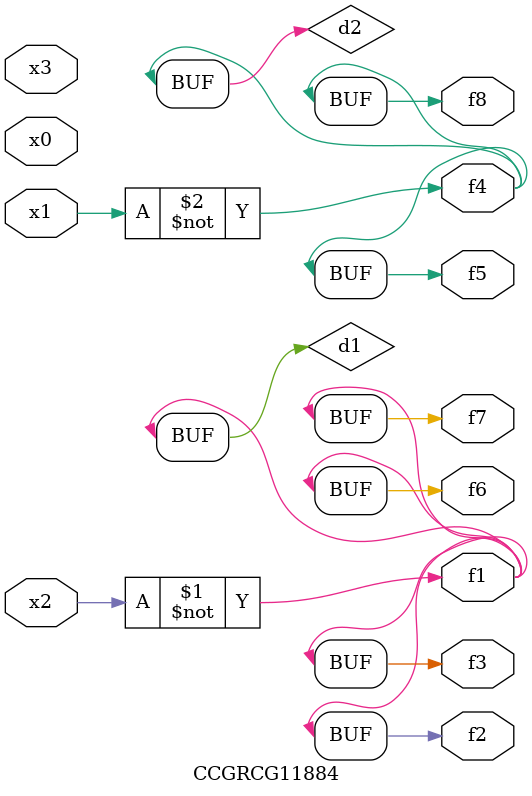
<source format=v>
module CCGRCG11884(
	input x0, x1, x2, x3,
	output f1, f2, f3, f4, f5, f6, f7, f8
);

	wire d1, d2;

	xnor (d1, x2);
	not (d2, x1);
	assign f1 = d1;
	assign f2 = d1;
	assign f3 = d1;
	assign f4 = d2;
	assign f5 = d2;
	assign f6 = d1;
	assign f7 = d1;
	assign f8 = d2;
endmodule

</source>
